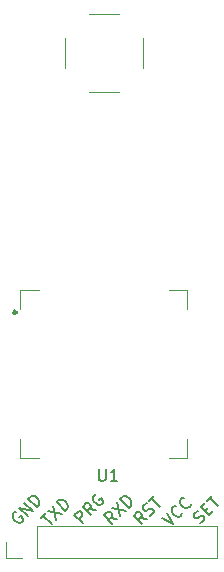
<source format=gbr>
%TF.GenerationSoftware,KiCad,Pcbnew,(5.1.8)-1*%
%TF.CreationDate,2021-01-29T12:29:00+09:00*%
%TF.ProjectId,REF_TWELITE_SMA_CONN,5245465f-5457-4454-9c49-54455f534d41,rev?*%
%TF.SameCoordinates,Original*%
%TF.FileFunction,Legend,Top*%
%TF.FilePolarity,Positive*%
%FSLAX46Y46*%
G04 Gerber Fmt 4.6, Leading zero omitted, Abs format (unit mm)*
G04 Created by KiCad (PCBNEW (5.1.8)-1) date 2021-01-29 12:29:00*
%MOMM*%
%LPD*%
G01*
G04 APERTURE LIST*
%ADD10C,0.150000*%
%ADD11C,0.120000*%
%ADD12C,0.300000*%
G04 APERTURE END LIST*
D10*
X121110123Y-86751696D02*
X121244810Y-86684352D01*
X121413169Y-86515993D01*
X121446841Y-86414978D01*
X121446841Y-86347635D01*
X121413169Y-86246619D01*
X121345825Y-86179276D01*
X121244810Y-86145604D01*
X121177467Y-86145604D01*
X121076451Y-86179276D01*
X120908093Y-86280291D01*
X120807077Y-86313963D01*
X120739734Y-86313963D01*
X120638719Y-86280291D01*
X120571375Y-86212948D01*
X120537703Y-86111932D01*
X120537703Y-86044589D01*
X120571375Y-85943574D01*
X120739734Y-85775215D01*
X120874421Y-85707871D01*
X121480512Y-85707871D02*
X121716215Y-85472169D01*
X122187619Y-85741543D02*
X121850902Y-86078261D01*
X121143795Y-85371154D01*
X121480512Y-85034436D01*
X121682543Y-84832406D02*
X122086604Y-84428345D01*
X122591680Y-85337482D02*
X121884574Y-84630375D01*
X117821365Y-86331383D02*
X118764174Y-86802788D01*
X118292770Y-85859979D01*
X119572296Y-85859979D02*
X119572296Y-85927322D01*
X119504953Y-86062009D01*
X119437609Y-86129353D01*
X119302922Y-86196696D01*
X119168235Y-86196696D01*
X119067220Y-86163025D01*
X118898861Y-86062009D01*
X118797846Y-85960994D01*
X118696831Y-85792635D01*
X118663159Y-85691620D01*
X118663159Y-85556933D01*
X118730503Y-85422246D01*
X118797846Y-85354903D01*
X118932533Y-85287559D01*
X118999877Y-85287559D01*
X120279403Y-85152872D02*
X120279403Y-85220216D01*
X120212060Y-85354903D01*
X120144716Y-85422246D01*
X120010029Y-85489590D01*
X119875342Y-85489590D01*
X119774327Y-85455918D01*
X119605968Y-85354903D01*
X119504953Y-85253887D01*
X119403938Y-85085529D01*
X119370266Y-84984513D01*
X119370266Y-84849826D01*
X119437609Y-84715139D01*
X119504953Y-84647796D01*
X119639640Y-84580452D01*
X119706983Y-84580452D01*
X116569456Y-86419406D02*
X115997036Y-86318391D01*
X116165395Y-86823467D02*
X115458288Y-86116361D01*
X115727662Y-85846987D01*
X115828677Y-85813315D01*
X115896021Y-85813315D01*
X115997036Y-85846987D01*
X116098051Y-85948002D01*
X116131723Y-86049017D01*
X116131723Y-86116361D01*
X116098051Y-86217376D01*
X115828677Y-86486750D01*
X116805158Y-86116361D02*
X116939845Y-86049017D01*
X117108204Y-85880658D01*
X117141876Y-85779643D01*
X117141876Y-85712299D01*
X117108204Y-85611284D01*
X117040861Y-85543941D01*
X116939845Y-85510269D01*
X116872502Y-85510269D01*
X116771487Y-85543941D01*
X116603128Y-85644956D01*
X116502112Y-85678628D01*
X116434769Y-85678628D01*
X116333754Y-85644956D01*
X116266410Y-85577612D01*
X116232738Y-85476597D01*
X116232738Y-85409254D01*
X116266410Y-85308238D01*
X116434769Y-85139880D01*
X116569456Y-85072536D01*
X116737815Y-84836834D02*
X117141876Y-84432773D01*
X117646952Y-85341910D02*
X116939845Y-84634803D01*
X114059577Y-86401986D02*
X113487157Y-86300970D01*
X113655516Y-86806047D02*
X112948409Y-86098940D01*
X113217783Y-85829566D01*
X113318798Y-85795894D01*
X113386142Y-85795894D01*
X113487157Y-85829566D01*
X113588172Y-85930581D01*
X113621844Y-86031596D01*
X113621844Y-86098940D01*
X113588172Y-86199955D01*
X113318798Y-86469329D01*
X113588172Y-85459177D02*
X114766683Y-85694879D01*
X114059577Y-84987772D02*
X114295279Y-86166283D01*
X115036057Y-85425505D02*
X114328951Y-84718398D01*
X114497309Y-84550039D01*
X114631996Y-84482696D01*
X114766683Y-84482696D01*
X114867699Y-84516368D01*
X115036057Y-84617383D01*
X115137073Y-84718398D01*
X115238088Y-84886757D01*
X115271760Y-84987772D01*
X115271760Y-85122459D01*
X115204416Y-85257146D01*
X115036057Y-85425505D01*
X111149480Y-86759383D02*
X110442373Y-86052276D01*
X110711747Y-85782902D01*
X110812762Y-85749230D01*
X110880106Y-85749230D01*
X110981121Y-85782902D01*
X111082136Y-85883917D01*
X111115808Y-85984932D01*
X111115808Y-86052276D01*
X111082136Y-86153291D01*
X110812762Y-86422665D01*
X112260648Y-85648215D02*
X111688228Y-85547200D01*
X111856587Y-86052276D02*
X111149480Y-85345169D01*
X111418854Y-85075795D01*
X111519869Y-85042123D01*
X111587212Y-85042123D01*
X111688228Y-85075795D01*
X111789243Y-85176810D01*
X111822915Y-85277825D01*
X111822915Y-85345169D01*
X111789243Y-85446184D01*
X111519869Y-85715558D01*
X112260648Y-84301345D02*
X112159632Y-84335016D01*
X112058617Y-84436032D01*
X111991274Y-84570719D01*
X111991274Y-84705406D01*
X112024945Y-84806421D01*
X112125961Y-84974780D01*
X112226976Y-85075795D01*
X112395335Y-85176810D01*
X112496350Y-85210482D01*
X112631037Y-85210482D01*
X112765724Y-85143138D01*
X112833067Y-85075795D01*
X112900411Y-84941108D01*
X112900411Y-84873764D01*
X112664709Y-84638062D01*
X112530022Y-84772749D01*
X107610273Y-86306276D02*
X108014334Y-85902215D01*
X108519410Y-86811352D02*
X107812303Y-86104245D01*
X108182693Y-85733856D02*
X109361204Y-85969558D01*
X108654097Y-85262451D02*
X108889800Y-86440963D01*
X109630578Y-85700184D02*
X108923471Y-84993077D01*
X109091830Y-84824719D01*
X109226517Y-84757375D01*
X109361204Y-84757375D01*
X109462219Y-84791047D01*
X109630578Y-84892062D01*
X109731593Y-84993077D01*
X109832609Y-85161436D01*
X109866280Y-85262451D01*
X109866280Y-85397138D01*
X109798937Y-85531825D01*
X109630578Y-85700184D01*
X105482898Y-85795894D02*
X105381883Y-85829566D01*
X105280868Y-85930581D01*
X105213524Y-86065268D01*
X105213524Y-86199955D01*
X105247196Y-86300970D01*
X105348211Y-86469329D01*
X105449226Y-86570344D01*
X105617585Y-86671360D01*
X105718600Y-86705031D01*
X105853287Y-86705031D01*
X105987974Y-86637688D01*
X106055318Y-86570344D01*
X106122661Y-86435657D01*
X106122661Y-86368314D01*
X105886959Y-86132612D01*
X105752272Y-86267299D01*
X106493051Y-86132612D02*
X105785944Y-85425505D01*
X106897112Y-85728551D01*
X106190005Y-85021444D01*
X107233829Y-85391833D02*
X106526722Y-84684726D01*
X106695081Y-84516368D01*
X106829768Y-84449024D01*
X106964455Y-84449024D01*
X107065470Y-84482696D01*
X107233829Y-84583711D01*
X107334844Y-84684726D01*
X107435860Y-84853085D01*
X107469531Y-84954100D01*
X107469531Y-85088787D01*
X107402188Y-85223474D01*
X107233829Y-85391833D01*
D11*
%TO.C,U1*%
X105809600Y-81203601D02*
X105809600Y-79603601D01*
X105809600Y-67003601D02*
X105809600Y-68603601D01*
X120009600Y-67003601D02*
X118409600Y-67003601D01*
X105809600Y-67003601D02*
X107409600Y-67003601D01*
X120009600Y-81203601D02*
X120009600Y-79603601D01*
X120009600Y-81203601D02*
X118409600Y-81203601D01*
D12*
X105509600Y-68903601D02*
G75*
G03*
X105509600Y-68903601I-100000J0D01*
G01*
D11*
X107409600Y-81203601D02*
X105809600Y-81203601D01*
X120009600Y-67003601D02*
X120009600Y-68603601D01*
X116211576Y-48228240D02*
X116211576Y-45688240D01*
X114179576Y-43656240D02*
X111639576Y-43656240D01*
X109607576Y-45688240D02*
X109607576Y-48228240D01*
X111639576Y-50260240D02*
X114179576Y-50260240D01*
%TO.C,J2*%
X122551500Y-89671200D02*
X122551500Y-87011200D01*
X107251500Y-89671200D02*
X122551500Y-89671200D01*
X107251500Y-87011200D02*
X122551500Y-87011200D01*
X107251500Y-89671200D02*
X107251500Y-87011200D01*
X105981500Y-89671200D02*
X104651500Y-89671200D01*
X104651500Y-89671200D02*
X104651500Y-88341200D01*
%TO.C,U1*%
D10*
X112513431Y-82168740D02*
X112513431Y-82978264D01*
X112561050Y-83073502D01*
X112608669Y-83121121D01*
X112703907Y-83168740D01*
X112894383Y-83168740D01*
X112989621Y-83121121D01*
X113037240Y-83073502D01*
X113084859Y-82978264D01*
X113084859Y-82168740D01*
X114084859Y-83168740D02*
X113513431Y-83168740D01*
X113799145Y-83168740D02*
X113799145Y-82168740D01*
X113703907Y-82311598D01*
X113608669Y-82406836D01*
X113513431Y-82454455D01*
%TD*%
M02*

</source>
